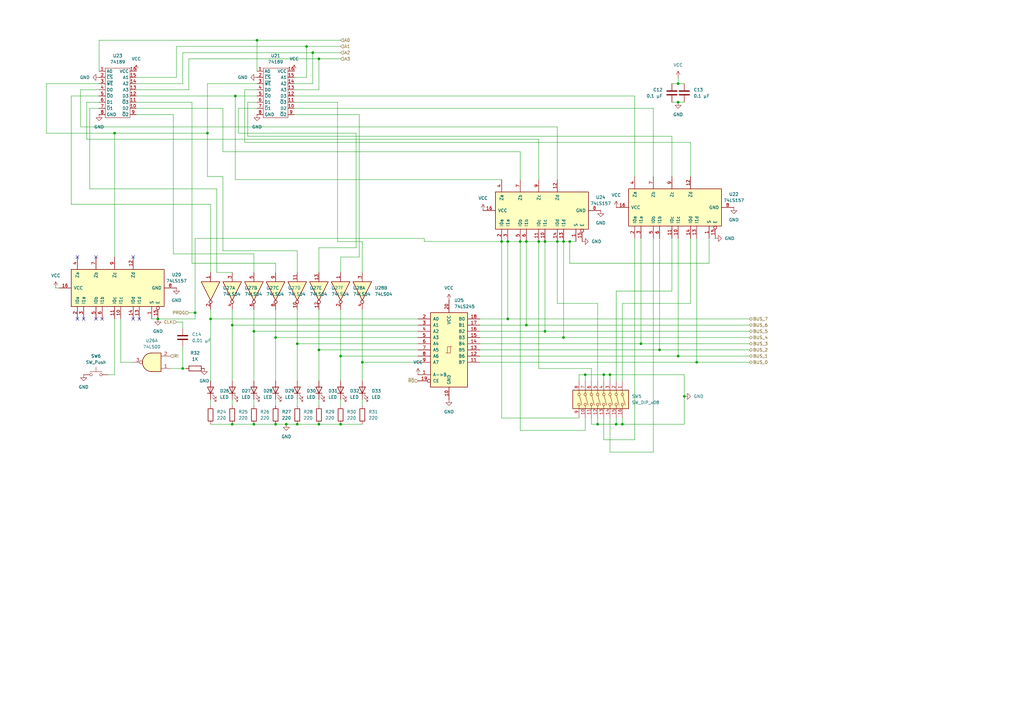
<source format=kicad_sch>
(kicad_sch (version 20250114) (generator "eeschema") (generator_version "9.0")
  (paper "A3")
  (lib_symbols
    (symbol "74F189SJ_2"
      (property "Reference" "U" (at 5.842 13.716 0))
      (property "Value" "74189" (at 7.112 11.176 0))
      (symbol "74F189SJ_2_0_1"
        (rectangle (start 0 2.54) (end 10.16 -17.78))
      )
      (symbol "74F189SJ_2_1_1"
        (pin input line (at -2.54 1.27 0) (length 2.54) (name "A0") (number "1"))
        (pin input line (at -2.54 -1.27 0) (length 2.54) (name "~{CS}") (number "2"))
        (pin input line (at -2.54 -3.81 0) (length 2.54) (name "~{WE}") (number "3"))
        (pin input line (at -2.54 -6.35 0) (length 2.54) (name "D0") (number "4"))
        (pin output line (at -2.54 -8.89 0) (length 2.54) (name "~{O}0") (number "5"))
        (pin input line (at -2.54 -11.43 0) (length 2.54) (name "D1") (number "6"))
        (pin output line (at -2.54 -13.97 0) (length 2.54) (name "~{O}1") (number "7"))
        (pin input line (at -2.54 -16.51 0) (length 2.54) (name "GND") (number "8"))
        (pin input line (at 12.7 1.27 180) (length 2.54) (name "VCC") (number "16"))
        (pin input line (at 12.7 -1.27 180) (length 2.54) (name "A1") (number "15"))
        (pin input line (at 12.7 -3.81 180) (length 2.54) (name "A2") (number "14"))
        (pin input line (at 12.7 -6.35 180) (length 2.54) (name "A3") (number "13"))
        (pin input line (at 12.7 -8.89 180) (length 2.54) (name "D3") (number "12"))
        (pin output line (at 12.7 -11.43 180) (length 2.54) (name "~{O}3") (number "11"))
        (pin input line (at 12.7 -13.97 180) (length 2.54) (name "D2") (number "10"))
        (pin output line (at 12.7 -16.51 180) (length 2.54) (name "~{O}2") (number "9"))
      )
    )
    (symbol "74xx:74LS00" (pin_names (offset 1.016))
      (property "Reference" "U" (at 0 1.27 0))
      (property "Value" "74LS00" (at 0 -1.27 0))
      (symbol "74LS00_1_1"
        (arc (start 0 3.81) (mid 3.7934 0) (end 0 -3.81) (stroke (width 0.254)) (fill (type background)))
        (polyline (pts (xy 0 3.81) (xy -3.81 3.81) (xy -3.81 -3.81) (xy 0 -3.81)) (stroke (width 0.254)) (fill (type background)))
        (pin input line (at -7.62 2.54 0) (length 3.81) (name "~") (number "1"))
        (pin input line (at -7.62 -2.54 0) (length 3.81) (name "~") (number "2"))
        (pin output inverted (at 7.62 0 180) (length 3.81) (name "~") (number "3"))
      )
      (symbol "74LS00_1_2"
        (arc (start -3.81 3.81) (mid -2.589 0) (end -3.81 -3.81) (stroke (width 0.254)))
        (polyline (pts (xy -3.81 3.81) (xy -0.635 3.81)) (stroke (width 0.254)) (fill (type background)))
        (polyline (pts (xy -3.81 -3.81) (xy -0.635 -3.81)) (stroke (width 0.254)) (fill (type background)))
        (arc (start 3.81 0) (mid 2.1855 -2.584) (end -0.6096 -3.81) (stroke (width 0.254)) (fill (type background)))
        (arc (start -0.6096 3.81) (mid 2.1928 2.5924) (end 3.81 0) (stroke (width 0.254)) (fill (type background)))
        (polyline (pts (xy -0.635 3.81) (xy -3.81 3.81) (xy -3.81 3.81) (xy -3.556 3.4036) (xy -3.0226 2.2606) (xy -2.6924 1.0414) (xy -2.6162 -0.254) (xy -2.7686 -1.4986) (xy -3.175 -2.7178) (xy -3.81 -3.81) (xy -3.81 -3.81) (xy -0.635 -3.81)) (stroke (width -25.4)) (fill (type background)))
        (pin input inverted (at -7.62 2.54 0) (length 4.318) (name "~") (number "1"))
        (pin input inverted (at -7.62 -2.54 0) (length 4.318) (name "~") (number "2"))
        (pin output line (at 7.62 0 180) (length 3.81) (name "~") (number "3"))
      )
      (symbol "74LS00_2_1"
        (arc (start 0 3.81) (mid 3.7934 0) (end 0 -3.81) (stroke (width 0.254)) (fill (type background)))
        (polyline (pts (xy 0 3.81) (xy -3.81 3.81) (xy -3.81 -3.81) (xy 0 -3.81)) (stroke (width 0.254)) (fill (type background)))
        (pin input line (at -7.62 2.54 0) (length 3.81) (name "~") (number "4"))
        (pin input line (at -7.62 -2.54 0) (length 3.81) (name "~") (number "5"))
        (pin output inverted (at 7.62 0 180) (length 3.81) (name "~") (number "6"))
      )
      (symbol "74LS00_2_2"
        (arc (start -3.81 3.81) (mid -2.589 0) (end -3.81 -3.81) (stroke (width 0.254)))
        (polyline (pts (xy -3.81 3.81) (xy -0.635 3.81)) (stroke (width 0.254)) (fill (type background)))
        (polyline (pts (xy -3.81 -3.81) (xy -0.635 -3.81)) (stroke (width 0.254)) (fill (type background)))
        (arc (start 3.81 0) (mid 2.1855 -2.584) (end -0.6096 -3.81) (stroke (width 0.254)) (fill (type background)))
        (arc (start -0.6096 3.81) (mid 2.1928 2.5924) (end 3.81 0) (stroke (width 0.254)) (fill (type background)))
        (polyline (pts (xy -0.635 3.81) (xy -3.81 3.81) (xy -3.81 3.81) (xy -3.556 3.4036) (xy -3.0226 2.2606) (xy -2.6924 1.0414) (xy -2.6162 -0.254) (xy -2.7686 -1.4986) (xy -3.175 -2.7178) (xy -3.81 -3.81) (xy -3.81 -3.81) (xy -0.635 -3.81)) (stroke (width -25.4)) (fill (type background)))
        (pin input inverted (at -7.62 2.54 0) (length 4.318) (name "~") (number "4"))
        (pin input inverted (at -7.62 -2.54 0) (length 4.318) (name "~") (number "5"))
        (pin output line (at 7.62 0 180) (length 3.81) (name "~") (number "6"))
      )
      (symbol "74LS00_3_1"
        (arc (start 0 3.81) (mid 3.7934 0) (end 0 -3.81) (stroke (width 0.254)) (fill (type background)))
        (polyline (pts (xy 0 3.81) (xy -3.81 3.81) (xy -3.81 -3.81) (xy 0 -3.81)) (stroke (width 0.254)) (fill (type background)))
        (pin input line (at -7.62 2.54 0) (length 3.81) (name "~") (number "9"))
        (pin input line (at -7.62 -2.54 0) (length 3.81) (name "~") (number "10"))
        (pin output inverted (at 7.62 0 180) (length 3.81) (name "~") (number "8"))
      )
      (symbol "74LS00_3_2"
        (arc (start -3.81 3.81) (mid -2.589 0) (end -3.81 -3.81) (stroke (width 0.254)))
        (polyline (pts (xy -3.81 3.81) (xy -0.635 3.81)) (stroke (width 0.254)) (fill (type background)))
        (polyline (pts (xy -3.81 -3.81) (xy -0.635 -3.81)) (stroke (width 0.254)) (fill (type background)))
        (arc (start 3.81 0) (mid 2.1855 -2.584) (end -0.6096 -3.81) (stroke (width 0.254)) (fill (type background)))
        (arc (start -0.6096 3.81) (mid 2.1928 2.5924) (end 3.81 0) (stroke (width 0.254)) (fill (type background)))
        (polyline (pts (xy -0.635 3.81) (xy -3.81 3.81) (xy -3.81 3.81) (xy -3.556 3.4036) (xy -3.0226 2.2606) (xy -2.6924 1.0414) (xy -2.6162 -0.254) (xy -2.7686 -1.4986) (xy -3.175 -2.7178) (xy -3.81 -3.81) (xy -3.81 -3.81) (xy -0.635 -3.81)) (stroke (width -25.4)) (fill (type background)))
        (pin input inverted (at -7.62 2.54 0) (length 4.318) (name "~") (number "9"))
        (pin input inverted (at -7.62 -2.54 0) (length 4.318) (name "~") (number "10"))
        (pin output line (at 7.62 0 180) (length 3.81) (name "~") (number "8"))
      )
      (symbol "74LS00_4_1"
        (arc (start 0 3.81) (mid 3.7934 0) (end 0 -3.81) (stroke (width 0.254)) (fill (type background)))
        (polyline (pts (xy 0 3.81) (xy -3.81 3.81) (xy -3.81 -3.81) (xy 0 -3.81)) (stroke (width 0.254)) (fill (type background)))
        (pin input line (at -7.62 2.54 0) (length 3.81) (name "~") (number "12"))
        (pin input line (at -7.62 -2.54 0) (length 3.81) (name "~") (number "13"))
        (pin output inverted (at 7.62 0 180) (length 3.81) (name "~") (number "11"))
      )
      (symbol "74LS00_4_2"
        (arc (start -3.81 3.81) (mid -2.589 0) (end -3.81 -3.81) (stroke (width 0.254)))
        (polyline (pts (xy -3.81 3.81) (xy -0.635 3.81)) (stroke (width 0.254)) (fill (type background)))
        (polyline (pts (xy -3.81 -3.81) (xy -0.635 -3.81)) (stroke (width 0.254)) (fill (type background)))
        (arc (start 3.81 0) (mid 2.1855 -2.584) (end -0.6096 -3.81) (stroke (width 0.254)) (fill (type background)))
        (arc (start -0.6096 3.81) (mid 2.1928 2.5924) (end 3.81 0) (stroke (width 0.254)) (fill (type background)))
        (polyline (pts (xy -0.635 3.81) (xy -3.81 3.81) (xy -3.81 3.81) (xy -3.556 3.4036) (xy -3.0226 2.2606) (xy -2.6924 1.0414) (xy -2.6162 -0.254) (xy -2.7686 -1.4986) (xy -3.175 -2.7178) (xy -3.81 -3.81) (xy -3.81 -3.81) (xy -0.635 -3.81)) (stroke (width -25.4)) (fill (type background)))
        (pin input inverted (at -7.62 2.54 0) (length 4.318) (name "~") (number "12"))
        (pin input inverted (at -7.62 -2.54 0) (length 4.318) (name "~") (number "13"))
        (pin output line (at 7.62 0 180) (length 3.81) (name "~") (number "11"))
      )
      (symbol "74LS00_5_0"
        (pin power_in line (at 0 12.7 270) (length 5.08) (name "VCC") (number "14"))
        (pin power_in line (at 0 -12.7 90) (length 5.08) (name "GND") (number "7"))
      )
      (symbol "74LS00_5_1"
        (rectangle (start -5.08 7.62) (end 5.08 -7.62) (stroke (width 0.254)) (fill (type background)))
      )
    )
    (symbol "74xx:74LS04"
      (property "Reference" "U" (at 0 1.27 0))
      (property "Value" "74LS04" (at 0 -1.27 0))
      (symbol "74LS04_1_0"
        (polyline (pts (xy -3.81 3.81) (xy -3.81 -3.81) (xy 3.81 0) (xy -3.81 3.81)) (stroke (width 0.254)) (fill (type background)))
        (pin input line (at -7.62 0 0) (length 3.81) (name "~") (number "1"))
        (pin output inverted (at 7.62 0 180) (length 3.81) (name "~") (number "2"))
      )
      (symbol "74LS04_2_0"
        (polyline (pts (xy -3.81 3.81) (xy -3.81 -3.81) (xy 3.81 0) (xy -3.81 3.81)) (stroke (width 0.254)) (fill (type background)))
        (pin input line (at -7.62 0 0) (length 3.81) (name "~") (number "3"))
        (pin output inverted (at 7.62 0 180) (length 3.81) (name "~") (number "4"))
      )
      (symbol "74LS04_3_0"
        (polyline (pts (xy -3.81 3.81) (xy -3.81 -3.81) (xy 3.81 0) (xy -3.81 3.81)) (stroke (width 0.254)) (fill (type background)))
        (pin input line (at -7.62 0 0) (length 3.81) (name "~") (number "5"))
        (pin output inverted (at 7.62 0 180) (length 3.81) (name "~") (number "6"))
      )
      (symbol "74LS04_4_0"
        (polyline (pts (xy -3.81 3.81) (xy -3.81 -3.81) (xy 3.81 0) (xy -3.81 3.81)) (stroke (width 0.254)) (fill (type background)))
        (pin input line (at -7.62 0 0) (length 3.81) (name "~") (number "9"))
        (pin output inverted (at 7.62 0 180) (length 3.81) (name "~") (number "8"))
      )
      (symbol "74LS04_5_0"
        (polyline (pts (xy -3.81 3.81) (xy -3.81 -3.81) (xy 3.81 0) (xy -3.81 3.81)) (stroke (width 0.254)) (fill (type background)))
        (pin input line (at -7.62 0 0) (length 3.81) (name "~") (number "11"))
        (pin output inverted (at 7.62 0 180) (length 3.81) (name "~") (number "10"))
      )
      (symbol "74LS04_6_0"
        (polyline (pts (xy -3.81 3.81) (xy -3.81 -3.81) (xy 3.81 0) (xy -3.81 3.81)) (stroke (width 0.254)) (fill (type background)))
        (pin input line (at -7.62 0 0) (length 3.81) (name "~") (number "13"))
        (pin output inverted (at 7.62 0 180) (length 3.81) (name "~") (number "12"))
      )
      (symbol "74LS04_7_0"
        (pin power_in line (at 0 12.7 270) (length 5.08) (name "VCC") (number "14"))
        (pin power_in line (at 0 -12.7 90) (length 5.08) (name "GND") (number "7"))
      )
      (symbol "74LS04_7_1"
        (rectangle (start -5.08 7.62) (end 5.08 -7.62) (stroke (width 0.254)) (fill (type background)))
      )
    )
    (symbol "74xx:74LS157" (pin_names (offset 1.016))
      (property "Reference" "U" (at -7.62 19.05 0))
      (property "Value" "74LS157" (at -7.62 -21.59 0))
      (symbol "74LS157_1_0"
        (pin input line (at -12.7 15.24 0) (length 5.08) (name "I0a") (number "2"))
        (pin input line (at -12.7 12.7 0) (length 5.08) (name "I1a") (number "3"))
        (pin input line (at -12.7 7.62 0) (length 5.08) (name "I0b") (number "5"))
        (pin input line (at -12.7 5.08 0) (length 5.08) (name "I1b") (number "6"))
        (pin input line (at -12.7 0 0) (length 5.08) (name "I0c") (number "11"))
        (pin input line (at -12.7 -2.54 0) (length 5.08) (name "I1c") (number "10"))
        (pin input line (at -12.7 -7.62 0) (length 5.08) (name "I0d") (number "14"))
        (pin input line (at -12.7 -10.16 0) (length 5.08) (name "I1d") (number "13"))
        (pin input line (at -12.7 -15.24 0) (length 5.08) (name "S") (number "1"))
        (pin input inverted (at -12.7 -17.78 0) (length 5.08) (name "E") (number "15"))
        (pin power_in line (at 0 22.86 270) (length 5.08) (name "VCC") (number "16"))
        (pin power_in line (at 0 -25.4 90) (length 5.08) (name "GND") (number "8"))
        (pin output line (at 12.7 15.24 180) (length 5.08) (name "Za") (number "4"))
        (pin output line (at 12.7 7.62 180) (length 5.08) (name "Zb") (number "7"))
        (pin output line (at 12.7 0 180) (length 5.08) (name "Zc") (number "9"))
        (pin output line (at 12.7 -7.62 180) (length 5.08) (name "Zd") (number "12"))
      )
      (symbol "74LS157_1_1"
        (rectangle (start -7.62 17.78) (end 7.62 -20.32) (stroke (width 0.254)) (fill (type background)))
      )
    )
    (symbol "74xx:74LS245" (pin_names (offset 1.016))
      (property "Reference" "U" (at -7.62 16.51 0))
      (property "Value" "74LS245" (at -7.62 -16.51 0))
      (symbol "74LS245_1_0"
        (polyline (pts (xy -1.27 -1.27) (xy 0.635 -1.27) (xy 0.635 1.27) (xy 1.27 1.27)))
        (polyline (pts (xy -0.635 -1.27) (xy -0.635 1.27) (xy 0.635 1.27)))
        (pin tri_state line (at -12.7 12.7 0) (length 5.08) (name "A0") (number "2"))
        (pin tri_state line (at -12.7 10.16 0) (length 5.08) (name "A1") (number "3"))
        (pin tri_state line (at -12.7 7.62 0) (length 5.08) (name "A2") (number "4"))
        (pin tri_state line (at -12.7 5.08 0) (length 5.08) (name "A3") (number "5"))
        (pin tri_state line (at -12.7 2.54 0) (length 5.08) (name "A4") (number "6"))
        (pin tri_state line (at -12.7 0 0) (length 5.08) (name "A5") (number "7"))
        (pin tri_state line (at -12.7 -2.54 0) (length 5.08) (name "A6") (number "8"))
        (pin tri_state line (at -12.7 -5.08 0) (length 5.08) (name "A7") (number "9"))
        (pin input line (at -12.7 -10.16 0) (length 5.08) (name "A->B") (number "1"))
        (pin input inverted (at -12.7 -12.7 0) (length 5.08) (name "CE") (number "19"))
        (pin power_in line (at 0 20.32 270) (length 5.08) (name "VCC") (number "20"))
        (pin power_in line (at 0 -20.32 90) (length 5.08) (name "GND") (number "10"))
        (pin tri_state line (at 12.7 12.7 180) (length 5.08) (name "B0") (number "18"))
        (pin tri_state line (at 12.7 10.16 180) (length 5.08) (name "B1") (number "17"))
        (pin tri_state line (at 12.7 7.62 180) (length 5.08) (name "B2") (number "16"))
        (pin tri_state line (at 12.7 5.08 180) (length 5.08) (name "B3") (number "15"))
        (pin tri_state line (at 12.7 2.54 180) (length 5.08) (name "B4") (number "14"))
        (pin tri_state line (at 12.7 0 180) (length 5.08) (name "B5") (number "13"))
        (pin tri_state line (at 12.7 -2.54 180) (length 5.08) (name "B6") (number "12"))
        (pin tri_state line (at 12.7 -5.08 180) (length 5.08) (name "B7") (number "11"))
      )
      (symbol "74LS245_1_1"
        (rectangle (start -7.62 15.24) (end 7.62 -15.24) (stroke (width 0.254)) (fill (type background)))
      )
    )
    (symbol "Custom:74F189SJ"
      (property "Reference" "U" (at 5.842 13.716 0))
      (property "Value" "74189" (at 7.112 11.176 0))
      (symbol "74F189SJ_0_1"
        (rectangle (start 0 2.54) (end 10.16 -17.78))
      )
      (symbol "74F189SJ_1_1"
        (pin input line (at -2.54 1.27 0) (length 2.54) (name "A0") (number "1"))
        (pin input line (at -2.54 -1.27 0) (length 2.54) (name "~{CS}") (number "2"))
        (pin input line (at -2.54 -3.81 0) (length 2.54) (name "~{WE}") (number "3"))
        (pin input line (at -2.54 -6.35 0) (length 2.54) (name "D0") (number "4"))
        (pin output line (at -2.54 -8.89 0) (length 2.54) (name "~{O}0") (number "5"))
        (pin input line (at -2.54 -11.43 0) (length 2.54) (name "D1") (number "6"))
        (pin output line (at -2.54 -13.97 0) (length 2.54) (name "~{O}1") (number "7"))
        (pin input line (at -2.54 -16.51 0) (length 2.54) (name "GND") (number "8"))
        (pin input line (at 12.7 1.27 180) (length 2.54) (name "VCC") (number "16"))
        (pin input line (at 12.7 -1.27 180) (length 2.54) (name "A1") (number "15"))
        (pin input line (at 12.7 -3.81 180) (length 2.54) (name "A2") (number "14"))
        (pin input line (at 12.7 -6.35 180) (length 2.54) (name "A3") (number "13"))
        (pin input line (at 12.7 -8.89 180) (length 2.54) (name "D3") (number "12"))
        (pin output line (at 12.7 -11.43 180) (length 2.54) (name "~{O}3") (number "11"))
        (pin input line (at 12.7 -13.97 180) (length 2.54) (name "D2") (number "10"))
        (pin output line (at 12.7 -16.51 180) (length 2.54) (name "~{O}2") (number "9"))
      )
    )
    (symbol "Device:C" (pin_numbers (hide yes)) (pin_names (offset 0.254))
      (property "Reference" "C" (at 0.635 2.54 0))
      (property "Value" "C" (at 0.635 -2.54 0))
      (symbol "C_0_1"
        (polyline (pts (xy -2.032 0.762) (xy 2.032 0.762)) (stroke (width 0.508)))
        (polyline (pts (xy -2.032 -0.762) (xy 2.032 -0.762)) (stroke (width 0.508)))
      )
      (symbol "C_1_1"
        (pin passive line (at 0 3.81 270) (length 2.794) (name "~") (number "1"))
        (pin passive line (at 0 -3.81 90) (length 2.794) (name "~") (number "2"))
      )
    )
    (symbol "Device:LED" (pin_numbers (hide yes)) (pin_names (offset 1.016) (hide yes))
      (property "Reference" "D" (at 0 2.54 0))
      (property "Value" "LED" (at 0 -2.54 0))
      (symbol "LED_0_1"
        (polyline (pts (xy -3.048 -0.762) (xy -4.572 -2.286) (xy -3.81 -2.286) (xy -4.572 -2.286) (xy -4.572 -1.524)))
        (polyline (pts (xy -1.778 -0.762) (xy -3.302 -2.286) (xy -2.54 -2.286) (xy -3.302 -2.286) (xy -3.302 -1.524)))
        (polyline (pts (xy -1.27 0) (xy 1.27 0)))
        (polyline (pts (xy -1.27 -1.27) (xy -1.27 1.27)) (stroke (width 0.254)))
        (polyline (pts (xy 1.27 -1.27) (xy 1.27 1.27) (xy -1.27 0) (xy 1.27 -1.27)) (stroke (width 0.254)))
      )
      (symbol "LED_1_1"
        (pin passive line (at -3.81 0 0) (length 2.54) (name "K") (number "1"))
        (pin passive line (at 3.81 0 180) (length 2.54) (name "A") (number "2"))
      )
    )
    (symbol "Device:R" (pin_numbers (hide yes)) (pin_names (offset 0))
      (property "Reference" "R" (at 2.032 0 90))
      (property "Value" "R" (at 0 0 90))
      (symbol "R_0_1"
        (rectangle (start -1.016 -2.54) (end 1.016 2.54) (stroke (width 0.254)))
      )
      (symbol "R_1_1"
        (pin passive line (at 0 3.81 270) (length 1.27) (name "~") (number "1"))
        (pin passive line (at 0 -3.81 90) (length 1.27) (name "~") (number "2"))
      )
    )
    (symbol "Switch:SW_DIP_x08" (pin_names (offset 0) (hide yes))
      (property "Reference" "SW" (at 0 13.97 0))
      (property "Value" "SW_DIP_x08" (at 0 -11.43 0))
      (symbol "SW_DIP_x08_0_0"
        (circle (center -2.032 10.16) (radius 0.508))
        (circle (center -2.032 7.62) (radius 0.508))
        (circle (center -2.032 5.08) (radius 0.508))
        (circle (center -2.032 2.54) (radius 0.508))
        (circle (center -2.032 0) (radius 0.508))
        (circle (center -2.032 -2.54) (radius 0.508))
        (circle (center -2.032 -5.08) (radius 0.508))
        (circle (center -2.032 -7.62) (radius 0.508))
        (polyline (pts (xy -1.524 10.287) (xy 2.3622 11.3284)))
        (polyline (pts (xy -1.524 7.747) (xy 2.3622 8.7884)))
        (polyline (pts (xy -1.524 5.207) (xy 2.3622 6.2484)))
        (polyline (pts (xy -1.524 2.667) (xy 2.3622 3.7084)))
        (polyline (pts (xy -1.524 0.127) (xy 2.3622 1.1684)))
        (polyline (pts (xy -1.524 -2.3876) (xy 2.3622 -1.3462)))
        (polyline (pts (xy -1.524 -4.9276) (xy 2.3622 -3.8862)))
        (polyline (pts (xy -1.524 -7.4676) (xy 2.3622 -6.4262)))
        (circle (center 2.032 10.16) (radius 0.508))
        (circle (center 2.032 7.62) (radius 0.508))
        (circle (center 2.032 5.08) (radius 0.508))
        (circle (center 2.032 2.54) (radius 0.508))
        (circle (center 2.032 0) (radius 0.508))
        (circle (center 2.032 -2.54) (radius 0.508))
        (circle (center 2.032 -5.08) (radius 0.508))
        (circle (center 2.032 -7.62) (radius 0.508))
      )
      (symbol "SW_DIP_x08_0_1"
        (rectangle (start -3.81 12.7) (end 3.81 -10.16) (stroke (width 0.254)) (fill (type background)))
      )
      (symbol "SW_DIP_x08_1_1"
        (pin passive line (at -7.62 10.16 0) (length 5.08) (name "~") (number "1"))
        (pin passive line (at -7.62 7.62 0) (length 5.08) (name "~") (number "2"))
        (pin passive line (at -7.62 5.08 0) (length 5.08) (name "~") (number "3"))
        (pin passive line (at -7.62 2.54 0) (length 5.08) (name "~") (number "4"))
        (pin passive line (at -7.62 0 0) (length 5.08) (name "~") (number "5"))
        (pin passive line (at -7.62 -2.54 0) (length 5.08) (name "~") (number "6"))
        (pin passive line (at -7.62 -5.08 0) (length 5.08) (name "~") (number "7"))
        (pin passive line (at -7.62 -7.62 0) (length 5.08) (name "~") (number "8"))
        (pin passive line (at 7.62 10.16 180) (length 5.08) (name "~") (number "16"))
        (pin passive line (at 7.62 7.62 180) (length 5.08) (name "~") (number "15"))
        (pin passive line (at 7.62 5.08 180) (length 5.08) (name "~") (number "14"))
        (pin passive line (at 7.62 2.54 180) (length 5.08) (name "~") (number "13"))
        (pin passive line (at 7.62 0 180) (length 5.08) (name "~") (number "12"))
        (pin passive line (at 7.62 -2.54 180) (length 5.08) (name "~") (number "11"))
        (pin passive line (at 7.62 -5.08 180) (length 5.08) (name "~") (number "10"))
        (pin passive line (at 7.62 -7.62 180) (length 5.08) (name "~") (number "9"))
      )
    )
    (symbol "Switch:SW_Push" (pin_numbers (hide yes)) (pin_names (offset 1.016) (hide yes))
      (property "Reference" "SW" (at 1.27 2.54 0))
      (property "Value" "SW_Push" (at 0 -1.524 0))
      (symbol "SW_Push_0_1"
        (circle (center -2.032 0) (radius 0.508))
        (polyline (pts (xy 0 1.27) (xy 0 3.048)))
        (circle (center 2.032 0) (radius 0.508))
        (polyline (pts (xy 2.54 1.27) (xy -2.54 1.27)))
        (pin passive line (at -5.08 0 0) (length 2.54) (name "1") (number "1"))
        (pin passive line (at 5.08 0 180) (length 2.54) (name "2") (number "2"))
      )
    )
    (symbol "power:GND" (power) (pin_numbers (hide yes)) (pin_names (offset 0) (hide yes))
      (property "Value" "GND" (at 0 -3.81 0))
      (symbol "GND_0_1"
        (polyline (pts (xy 0 0) (xy 0 -1.27) (xy 1.27 -1.27) (xy 0 -2.54) (xy -1.27 -1.27) (xy 0 -1.27)))
      )
      (symbol "GND_1_1"
        (pin power_in line (at 0 0 270) (length 0) (name "~") (number "1"))
      )
    )
    (symbol "power:VCC" (power) (pin_numbers (hide yes)) (pin_names (offset 0) (hide yes))
      (property "Value" "VCC" (at 0 3.556 0))
      (symbol "VCC_0_1"
        (polyline (pts (xy -0.762 1.27) (xy 0 2.54)))
        (polyline (pts (xy 0 2.54) (xy 0.762 1.27)))
        (polyline (pts (xy 0 0) (xy 0 2.54)))
      )
      (symbol "VCC_1_1"
        (pin power_in line (at 0 0 90) (length 0) (name "~") (number "1"))
      )
    )
  )
  (junction (at 280.67 162.56))
  (junction (at 213.36 99.06))
  (junction (at 223.52 99.06))
  (junction (at 233.68 99.06))
  (junction (at 245.11 173.99))
  (junction (at 231.14 138.43))
  (junction (at 285.75 148.59))
  (junction (at 148.59 148.59))
  (junction (at 208.28 130.81))
  (junction (at 250.19 153.67))
  (junction (at 205.74 99.06))
  (junction (at 139.7 146.05))
  (junction (at 278.13 146.05))
  (junction (at 125.73 19.05))
  (junction (at 130.81 173.99))
  (junction (at 74.93 151.13))
  (junction (at 240.03 153.67))
  (junction (at 104.14 135.89))
  (junction (at 113.03 138.43))
  (junction (at 105.41 16.51))
  (junction (at 278.13 41.91))
  (junction (at 128.27 21.59))
  (junction (at 220.98 99.06))
  (junction (at 278.13 34.29))
  (junction (at 104.14 173.99))
  (junction (at 64.77 130.81))
  (junction (at 223.52 135.89))
  (junction (at 96.52 39.37))
  (junction (at 215.9 133.35))
  (junction (at 85.09 54.61))
  (junction (at 117.4206 173.99))
  (junction (at 86.36 130.81))
  (junction (at 262.89 140.97))
  (junction (at 228.6 99.06))
  (junction (at 121.92 173.99))
  (junction (at 95.25 173.99))
  (junction (at 255.27 173.99))
  (junction (at 270.51 143.51))
  (junction (at 215.9 99.06))
  (junction (at 113.03 173.99))
  (junction (at 252.73 173.99))
  (junction (at 130.81 24.13))
  (junction (at 95.25 133.35))
  (junction (at 247.65 153.67))
  (junction (at 121.92 140.97))
  (junction (at 80.01 128.27))
  (junction (at 130.81 143.51))
  (junction (at 46.99 54.61))
  (junction (at 231.14 99.06))
  (junction (at 208.28 99.06))
  (junction (at 139.7 173.99))
  (no_connect (at 39.37 105.41))
  (no_connect (at 54.61 105.41))
  (no_connect (at 57.15 130.81))
  (no_connect (at 39.37 130.81))
  (no_connect (at 41.91 130.81))
  (no_connect (at 31.75 105.41))
  (no_connect (at 31.75 130.81))
  (no_connect (at 34.29 130.81))
  (no_connect (at 54.61 130.81))
  (wire (pts (xy 213.36 99.06) (xy 208.28 99.06)))
  (wire (pts (xy 147.32 105.41) (xy 139.7 105.41)))
  (wire (pts (xy 148.59 99.06) (xy 148.59 111.76)))
  (wire (pts (xy 113.03 163.83) (xy 113.03 166.37)))
  (wire (pts (xy 121.92 140.97) (xy 171.45 140.97)))
  (wire (pts (xy 120.65 34.29) (xy 128.27 34.29)))
  (wire (pts (xy 74.93 34.29) (xy 74.93 21.59)))
  (wire (pts (xy 33.02 36.83) (xy 33.02 52.07)))
  (wire (pts (xy 285.75 148.59) (xy 307.34 148.59)))
  (wire (pts (xy 120.65 39.37) (xy 260.35 39.37)))
  (wire (pts (xy 231.14 99.06) (xy 228.6 99.06)))
  (wire (pts (xy 196.85 143.51) (xy 270.51 143.51)))
  (wire (pts (xy 139.7 105.41) (xy 139.7 111.76)))
  (wire (pts (xy 130.81 143.51) (xy 171.45 143.51)))
  (wire (pts (xy 74.93 142.24) (xy 74.93 151.13)))
  (wire (pts (xy 40.64 34.29) (xy 19.05 34.29)))
  (wire (pts (xy 237.49 153.67) (xy 240.03 153.67)))
  (wire (pts (xy 260.35 180.34) (xy 247.65 180.34)))
  (wire (pts (xy 105.41 41.91) (xy 101.6 41.91)))
  (wire (pts (xy 138.43 41.91) (xy 138.43 99.06)))
  (wire (pts (xy 278.13 146.05) (xy 307.34 146.05)))
  (wire (pts (xy 86.36 83.82) (xy 86.36 111.76)))
  (wire (pts (xy 64.77 130.81) (xy 80.01 130.81)))
  (wire (pts (xy 275.59 41.91) (xy 278.13 41.91)))
  (wire (pts (xy 85.09 72.39) (xy 91.44 72.39)))
  (wire (pts (xy 245.11 171.45) (xy 245.11 173.99)))
  (wire (pts (xy 40.64 16.51) (xy 105.41 16.51)))
  (wire (pts (xy 242.57 151.13) (xy 242.57 156.21)))
  (wire (pts (xy 240.03 176.53) (xy 240.03 171.45)))
  (wire (pts (xy 74.93 151.13) (xy 69.85 151.13)))
  (wire (pts (xy 120.65 44.45) (xy 267.97 44.45)))
  (wire (pts (xy 74.93 21.59) (xy 128.27 21.59)))
  (wire (pts (xy 104.14 104.14) (xy 104.14 111.76)))
  (wire (pts (xy 240.03 153.67) (xy 240.03 156.21)))
  (wire (pts (xy 121.92 173.99) (xy 130.81 173.99)))
  (wire (pts (xy 78.74 107.95) (xy 113.03 107.95)))
  (wire (pts (xy 101.6 55.88) (xy 275.59 55.88)))
  (wire (pts (xy 250.19 153.67) (xy 280.67 153.67)))
  (wire (pts (xy 255.27 124.46) (xy 255.27 156.21)))
  (wire (pts (xy 120.65 41.91) (xy 138.43 41.91)))
  (wire (pts (xy 88.9 111.76) (xy 95.25 111.76)))
  (wire (pts (xy 205.74 99.06) (xy 173.99 99.06)))
  (wire (pts (xy 55.88 36.83) (xy 77.47 36.83)))
  (wire (pts (xy 250.19 153.67) (xy 250.19 156.21)))
  (wire (pts (xy 242.57 173.99) (xy 245.11 173.99)))
  (wire (pts (xy 95.25 163.83) (xy 95.25 166.37)))
  (wire (pts (xy 223.52 99.06) (xy 223.52 135.89)))
  (wire (pts (xy 80.01 130.81) (xy 80.01 128.27)))
  (wire (pts (xy 215.9 99.06) (xy 213.36 99.06)))
  (wire (pts (xy 71.12 104.14) (xy 104.14 104.14)))
  (wire (pts (xy 228.6 124.46) (xy 245.11 124.46)))
  (wire (pts (xy 240.03 153.67) (xy 247.65 153.67)))
  (wire (pts (xy 283.21 124.46) (xy 255.27 124.46)))
  (wire (pts (xy 40.64 39.37) (xy 29.21 39.37)))
  (wire (pts (xy 96.52 73.66) (xy 205.74 73.66)))
  (wire (pts (xy 19.05 34.29) (xy 19.05 54.61)))
  (wire (pts (xy 223.52 135.89) (xy 307.34 135.89)))
  (wire (pts (xy 139.7 146.05) (xy 139.7 156.21)))
  (wire (pts (xy 86.36 127) (xy 86.36 130.81)))
  (wire (pts (xy 55.88 39.37) (xy 96.52 39.37)))
  (wire (pts (xy 113.03 107.95) (xy 113.03 111.76)))
  (wire (pts (xy 213.36 176.53) (xy 240.03 176.53)))
  (wire (pts (xy 236.22 99.06) (xy 233.68 99.06)))
  (wire (pts (xy 213.36 99.06) (xy 213.36 176.53)))
  (wire (pts (xy 72.39 19.05) (xy 125.73 19.05)))
  (wire (pts (xy 55.88 44.45) (xy 91.44 44.45)))
  (wire (pts (xy 86.36 130.81) (xy 86.36 156.21)))
  (wire (pts (xy 104.14 135.89) (xy 104.14 156.21)))
  (wire (pts (xy 148.59 127) (xy 148.59 148.59)))
  (wire (pts (xy 105.41 34.29) (xy 85.09 34.29)))
  (wire (pts (xy 46.99 54.61) (xy 85.09 54.61)))
  (wire (pts (xy 35.56 57.15) (xy 220.98 57.15)))
  (wire (pts (xy 19.05 54.61) (xy 46.99 54.61)))
  (wire (pts (xy 267.97 97.79) (xy 267.97 185.42)))
  (wire (pts (xy 228.6 52.07) (xy 228.6 73.66)))
  (wire (pts (xy 86.36 163.83) (xy 86.36 166.37)))
  (wire (pts (xy 78.74 41.91) (xy 78.74 107.95)))
  (wire (pts (xy 121.92 127) (xy 121.92 140.97)))
  (wire (pts (xy 121.92 102.87) (xy 121.92 111.76)))
  (wire (pts (xy 255.27 171.45) (xy 255.27 173.99)))
  (wire (pts (xy 148.59 148.59) (xy 148.59 156.21)))
  (wire (pts (xy 86.36 173.99) (xy 95.25 173.99)))
  (wire (pts (xy 49.53 130.81) (xy 49.53 148.59)))
  (wire (pts (xy 95.25 173.99) (xy 104.14 173.99)))
  (wire (pts (xy 285.75 97.79) (xy 285.75 148.59)))
  (wire (pts (xy 120.65 31.75) (xy 125.73 31.75)))
  (wire (pts (xy 247.65 153.67) (xy 250.19 153.67)))
  (wire (pts (xy 208.28 99.06) (xy 205.74 99.06)))
  (wire (pts (xy 139.7 163.83) (xy 139.7 166.37)))
  (wire (pts (xy 86.36 130.81) (xy 171.45 130.81)))
  (wire (pts (xy 278.13 97.79) (xy 278.13 146.05)))
  (wire (pts (xy 220.98 151.13) (xy 242.57 151.13)))
  (wire (pts (xy 196.85 135.89) (xy 223.52 135.89)))
  (wire (pts (xy 196.85 148.59) (xy 285.75 148.59)))
  (wire (pts (xy 130.81 163.83) (xy 130.81 166.37)))
  (wire (pts (xy 24.13 118.11) (xy 22.86 118.11)))
  (wire (pts (xy 220.98 57.15) (xy 220.98 73.66)))
  (wire (pts (xy 252.73 119.38) (xy 252.73 156.21)))
  (wire (pts (xy 36.83 77.47) (xy 88.9 77.47)))
  (wire (pts (xy 283.21 97.79) (xy 283.21 124.46)))
  (wire (pts (xy 278.13 34.29) (xy 278.13 31.75)))
  (wire (pts (xy 77.47 36.83) (xy 77.47 24.13)))
  (wire (pts (xy 270.51 97.79) (xy 270.51 143.51)))
  (wire (pts (xy 242.57 171.45) (xy 242.57 173.99)))
  (wire (pts (xy 29.21 39.37) (xy 29.21 83.82)))
  (wire (pts (xy 105.41 36.83) (xy 100.33 36.83)))
  (wire (pts (xy 196.85 130.81) (xy 208.28 130.81)))
  (wire (pts (xy 233.68 99.06) (xy 231.14 99.06)))
  (wire (pts (xy 245.11 173.99) (xy 252.73 173.99)))
  (wire (pts (xy 72.39 132.08) (xy 74.93 132.08)))
  (wire (pts (xy 278.13 34.29) (xy 275.59 34.29)))
  (wire (pts (xy 252.73 173.99) (xy 255.27 173.99)))
  (wire (pts (xy 88.9 77.47) (xy 88.9 111.76)))
  (wire (pts (xy 55.88 41.91) (xy 78.74 41.91)))
  (wire (pts (xy 104.14 127) (xy 104.14 135.89)))
  (wire (pts (xy 196.85 146.05) (xy 278.13 146.05)))
  (wire (pts (xy 55.88 31.75) (xy 72.39 31.75)))
  (wire (pts (xy 223.52 99.06) (xy 220.98 99.06)))
  (wire (pts (xy 121.92 163.83) (xy 121.92 166.37)))
  (wire (pts (xy 205.74 171.45) (xy 237.49 171.45)))
  (wire (pts (xy 255.27 173.99) (xy 280.67 173.99)))
  (wire (pts (xy 237.49 156.21) (xy 237.49 153.67)))
  (wire (pts (xy 196.85 138.43) (xy 231.14 138.43)))
  (wire (pts (xy 130.81 127) (xy 130.81 143.51)))
  (wire (pts (xy 97.79 44.45) (xy 97.79 54.61)))
  (wire (pts (xy 85.09 34.29) (xy 85.09 54.61)))
  (wire (pts (xy 208.28 130.81) (xy 307.34 130.81)))
  (wire (pts (xy 231.14 99.06) (xy 231.14 138.43)))
  (wire (pts (xy 196.85 133.35) (xy 215.9 133.35)))
  (wire (pts (xy 95.25 127) (xy 95.25 133.35)))
  (wire (pts (xy 105.41 29.21) (xy 105.41 16.51)))
  (wire (pts (xy 100.33 36.83) (xy 100.33 58.42)))
  (wire (pts (xy 55.88 34.29) (xy 74.93 34.29)))
  (wire (pts (xy 91.44 72.39) (xy 91.44 102.87)))
  (wire (pts (xy 139.7 127) (xy 139.7 146.05)))
  (wire (pts (xy 267.97 44.45) (xy 267.97 72.39)))
  (wire (pts (xy 275.59 119.38) (xy 252.73 119.38)))
  (wire (pts (xy 120.65 36.83) (xy 130.81 36.83)))
  (wire (pts (xy 250.19 185.42) (xy 250.19 171.45)))
  (wire (pts (xy 100.33 58.42) (xy 283.21 58.42)))
  (wire (pts (xy 120.65 46.99) (xy 147.32 46.99)))
  (wire (pts (xy 91.44 44.45) (xy 91.44 62.23)))
  (wire (pts (xy 280.67 153.67) (xy 280.67 162.56)))
  (wire (pts (xy 290.83 97.79) (xy 290.83 107.95)))
  (wire (pts (xy 146.05 101.6) (xy 130.81 101.6)))
  (wire (pts (xy 101.6 41.91) (xy 101.6 55.88)))
  (wire (pts (xy 128.27 21.59) (xy 139.7 21.59)))
  (wire (pts (xy 77.47 24.13) (xy 130.81 24.13)))
  (wire (pts (xy 228.6 99.06) (xy 223.52 99.06)))
  (wire (pts (xy 208.28 99.06) (xy 208.28 130.81)))
  (wire (pts (xy 139.7 173.99) (xy 148.59 173.99)))
  (wire (pts (xy 40.64 29.21) (xy 40.64 16.51)))
  (wire (pts (xy 113.03 138.43) (xy 113.03 156.21)))
  (wire (pts (xy 62.23 130.81) (xy 64.77 130.81)))
  (wire (pts (xy 260.35 97.79) (xy 260.35 180.34)))
  (wire (pts (xy 130.81 36.83) (xy 130.81 24.13)))
  (wire (pts (xy 233.68 107.95) (xy 233.68 99.06)))
  (wire (pts (xy 113.03 173.99) (xy 117.4206 173.99)))
  (wire (pts (xy 252.73 171.45) (xy 252.73 173.99)))
  (wire (pts (xy 71.12 46.99) (xy 71.12 104.14)))
  (wire (pts (xy 85.09 54.61) (xy 85.09 72.39)))
  (wire (pts (xy 138.43 99.06) (xy 148.59 99.06)))
  (wire (pts (xy 260.35 39.37) (xy 260.35 72.39)))
  (wire (pts (xy 105.41 16.51) (xy 139.7 16.51)))
  (wire (pts (xy 275.59 97.79) (xy 275.59 119.38)))
  (wire (pts (xy 117.4206 173.99) (xy 121.92 173.99)))
  (wire (pts (xy 29.21 83.82) (xy 86.36 83.82)))
  (wire (pts (xy 72.39 31.75) (xy 72.39 19.05)))
  (wire (pts (xy 97.79 54.61) (xy 146.05 54.61)))
  (wire (pts (xy 40.64 41.91) (xy 35.56 41.91)))
  (wire (pts (xy 275.59 55.88) (xy 275.59 72.39)))
  (wire (pts (xy 147.32 46.99) (xy 147.32 105.41)))
  (wire (pts (xy 231.14 138.43) (xy 307.34 138.43)))
  (wire (pts (xy 104.14 163.83) (xy 104.14 166.37)))
  (wire (pts (xy 228.6 99.06) (xy 228.6 124.46)))
  (wire (pts (xy 128.27 34.29) (xy 128.27 21.59)))
  (wire (pts (xy 46.99 153.67) (xy 44.45 153.67)))
  (wire (pts (xy 262.89 97.79) (xy 262.89 140.97)))
  (wire (pts (xy 96.52 39.37) (xy 105.41 39.37)))
  (wire (pts (xy 74.93 151.13) (xy 76.2 151.13)))
  (wire (pts (xy 215.9 133.35) (xy 307.34 133.35)))
  (wire (pts (xy 46.99 54.61) (xy 46.99 105.41)))
  (wire (pts (xy 215.9 99.06) (xy 215.9 133.35)))
  (wire (pts (xy 213.36 62.23) (xy 213.36 73.66)))
  (wire (pts (xy 267.97 185.42) (xy 250.19 185.42)))
  (wire (pts (xy 49.53 148.59) (xy 54.61 148.59)))
  (wire (pts (xy 270.51 143.51) (xy 307.34 143.51)))
  (wire (pts (xy 130.81 101.6) (xy 130.81 111.76)))
  (wire (pts (xy 125.73 31.75) (xy 125.73 19.05)))
  (wire (pts (xy 146.05 54.61) (xy 146.05 101.6)))
  (wire (pts (xy 247.65 153.67) (xy 247.65 156.21)))
  (wire (pts (xy 91.44 62.23) (xy 213.36 62.23)))
  (wire (pts (xy 36.83 44.45) (xy 36.83 77.47)))
  (wire (pts (xy 46.99 130.81) (xy 46.99 153.67)))
  (wire (pts (xy 247.65 180.34) (xy 247.65 171.45)))
  (wire (pts (xy 35.56 41.91) (xy 35.56 57.15)))
  (wire (pts (xy 196.85 140.97) (xy 262.89 140.97)))
  (wire (pts (xy 130.81 173.99) (xy 139.7 173.99)))
  (wire (pts (xy 105.41 44.45) (xy 97.79 44.45)))
  (wire (pts (xy 113.03 127) (xy 113.03 138.43)))
  (wire (pts (xy 262.89 140.97) (xy 307.34 140.97)))
  (wire (pts (xy 171.45 138.43) (xy 113.03 138.43)))
  (wire (pts (xy 171.45 135.89) (xy 104.14 135.89)))
  (wire (pts (xy 55.88 46.99) (xy 71.12 46.99)))
  (wire (pts (xy 220.98 99.06) (xy 215.9 99.06)))
  (wire (pts (xy 278.13 34.29) (xy 280.67 34.29)))
  (wire (pts (xy 130.81 24.13) (xy 139.7 24.13)))
  (wire (pts (xy 40.64 36.83) (xy 33.02 36.83)))
  (wire (pts (xy 148.59 148.59) (xy 171.45 148.59)))
  (wire (pts (xy 278.13 41.91) (xy 280.67 41.91)))
  (wire (pts (xy 91.44 102.87) (xy 121.92 102.87)))
  (wire (pts (xy 205.74 99.06) (xy 205.74 171.45)))
  (wire (pts (xy 283.21 58.42) (xy 283.21 72.39)))
  (wire (pts (xy 130.81 143.51) (xy 130.81 156.21)))
  (wire (pts (xy 33.02 52.07) (xy 228.6 52.07)))
  (wire (pts (xy 104.14 173.99) (xy 113.03 173.99)))
  (wire (pts (xy 245.11 124.46) (xy 245.11 156.21)))
  (wire (pts (xy 125.73 19.05) (xy 139.7 19.05)))
  (wire (pts (xy 121.92 140.97) (xy 121.92 156.21)))
  (wire (pts (xy 173.99 99.06) (xy 173.99 97.79)))
  (wire (pts (xy 280.67 173.99) (xy 280.67 162.56)))
  (wire (pts (xy 220.98 99.06) (xy 220.98 151.13)))
  (wire (pts (xy 95.25 133.35) (xy 95.25 156.21)))
  (wire (pts (xy 74.93 132.08) (xy 74.93 134.62)))
  (wire (pts (xy 80.01 97.79) (xy 80.01 128.27)))
  (wire (pts (xy 80.01 128.27) (xy 77.47 128.27)))
  (wire (pts (xy 148.59 163.83) (xy 148.59 166.37)))
  (wire (pts (xy 96.52 39.37) (xy 96.52 73.66)))
  (wire (pts (xy 171.45 133.35) (xy 95.25 133.35)))
  (wire (pts (xy 171.45 146.05) (xy 139.7 146.05)))
  (wire (pts (xy 290.83 107.95) (xy 233.68 107.95)))
  (wire (pts (xy 40.64 44.45) (xy 36.83 44.45)))
  (wire (pts (xy 173.99 97.79) (xy 80.01 97.79)))
  (hierarchical_label "A0" (shape input) (at 139.7 16.51 0))
  (hierarchical_label "PROG" (shape input) (at 77.47 128.27 180))
  (hierarchical_label "CLK" (shape input) (at 72.39 132.08 180))
  (hierarchical_label "A2" (shape input) (at 139.7 21.59 0))
  (hierarchical_label "~{R0}" (shape input) (at 171.45 156.21 180))
  (hierarchical_label "BUS_1" (shape bidirectional) (at 307.34 146.05 0))
  (hierarchical_label "RI" (shape input) (at 69.85 146.05 0))
  (hierarchical_label "BUS_4" (shape bidirectional) (at 307.34 138.43 0))
  (hierarchical_label "BUS_6" (shape bidirectional) (at 307.34 133.35 0))
  (hierarchical_label "BUS_0" (shape bidirectional) (at 307.34 148.59 0))
  (hierarchical_label "A1" (shape input) (at 139.7 19.05 0))
  (hierarchical_label "BUS_5" (shape bidirectional) (at 307.34 135.89 0))
  (hierarchical_label "BUS_3" (shape bidirectional) (at 307.34 140.97 0))
  (hierarchical_label "BUS_2" (shape bidirectional) (at 307.34 143.51 0))
  (hierarchical_label "A3" (shape input) (at 139.7 24.13 0))
  (hierarchical_label "BUS_7" (shape bidirectional) (at 307.34 130.81 0))
  (symbol (lib_id "power:GND") (at 72.39 118.11 0) (unit 1)
    (property "Reference" "#PWR027" (effects (hide yes)))
    (property "Value" "GND" (at 72.39 123.19 0))
    (property "Description" "Power symbol creates a global label with name \"GND\" , ground" (effects (hide yes)))
  )
  (symbol (lib_id "74xx:74LS04") (at 95.25 119.38 270) (unit 2)
    (property "Reference" "U27" (at 100.33 118.1099 90) (effects (justify left)))
    (property "Value" "74LS04" (at 100.33 120.6499 90) (effects (justify left)))
    (property "Datasheet" "http://www.ti.com/lit/gpn/sn74LS04" (effects (hide yes)))
    (property "Description" "Hex Inverter" (effects (hide yes)))
  )
  (symbol (lib_id "Device:C") (at 275.59 38.1 0) (mirror y) (unit 1)
    (property "Reference" "C12" (at 271.78 36.8299 0) (effects (justify left)))
    (property "Value" "0.1 µF" (at 271.78 39.3699 0) (effects (justify left)))
    (property "Description" "Unpolarized capacitor" (effects (hide yes)))
  )
  (symbol (lib_id "power:VCC") (at 171.45 153.67 0) (unit 1)
    (property "Reference" "#PWR042" (effects (hide yes)))
    (property "Value" "VCC" (at 171.45 148.59 0))
    (property "Description" "Power symbol creates a global label with name \"VCC\"" (effects (hide yes)))
  )
  (symbol (lib_id "power:GND") (at 105.41 46.99 0) (unit 1)
    (property "Reference" "#PWR031" (effects (hide yes)))
    (property "Value" "GND" (at 105.41 52.07 0))
    (property "Description" "Power symbol creates a global label with name \"GND\" , ground" (effects (hide yes)))
  )
  (symbol (lib_id "power:VCC") (at 184.15 123.19 0) (unit 1)
    (property "Reference" "#PWR044" (effects (hide yes)))
    (property "Value" "VCC" (at 184.15 118.11 0))
    (property "Description" "Power symbol creates a global label with name \"VCC\"" (effects (hide yes)))
  )
  (symbol (lib_id "power:GND") (at 246.38 86.36 0) (unit 1)
    (property "Reference" "#PWR029" (effects (hide yes)))
    (property "Value" "GND" (at 246.38 91.44 0))
    (property "Description" "Power symbol creates a global label with name \"GND\" , ground" (effects (hide yes)))
  )
  (symbol (lib_id "74xx:74LS04") (at 139.7 119.38 270) (unit 1)
    (property "Reference" "U28" (at 144.78 118.1099 90) (effects (justify left)))
    (property "Value" "74LS04" (at 144.78 120.6499 90) (effects (justify left)))
    (property "Datasheet" "http://www.ti.com/lit/gpn/sn74LS04" (effects (hide yes)))
    (property "Description" "Hex Inverter" (effects (hide yes)))
  )
  (symbol (lib_id "power:GND") (at 40.64 31.75 270) (unit 1)
    (property "Reference" "#PWR040" (effects (hide yes)))
    (property "Value" "GND" (at 36.83 31.7499 90) (effects (justify right)))
    (property "Description" "Power symbol creates a global label with name \"GND\" , ground" (effects (hide yes)))
  )
  (symbol (lib_id "power:GND") (at 40.64 46.99 0) (unit 1)
    (property "Reference" "#PWR030" (effects (hide yes)))
    (property "Value" "GND" (at 40.64 52.07 0))
    (property "Description" "Power symbol creates a global label with name \"GND\" , ground" (effects (hide yes)))
  )
  (symbol (lib_id "Device:C") (at 74.93 138.43 0) (unit 1)
    (property "Reference" "C14" (at 78.74 137.1599 0) (effects (justify left)))
    (property "Value" "0.01 µF" (at 78.74 139.6999 0) (effects (justify left)))
    (property "Description" "Unpolarized capacitor" (effects (hide yes)))
  )
  (symbol (lib_id "power:GND") (at 300.99 85.09 0) (unit 1)
    (property "Reference" "#PWR028" (effects (hide yes)))
    (property "Value" "GND" (at 300.99 90.17 0))
    (property "Description" "Power symbol creates a global label with name \"GND\" , ground" (effects (hide yes)))
  )
  (symbol (lib_id "power:GND") (at 238.76 99.06 90) (unit 1)
    (property "Reference" "#PWR046" (effects (hide yes)))
    (property "Value" "GND" (at 242.57 99.0599 90) (effects (justify right)))
    (property "Description" "Power symbol creates a global label with name \"GND\" , ground" (effects (hide yes)))
  )
  (symbol (lib_id "Device:LED") (at 95.25 160.02 90) (unit 1)
    (property "Reference" "D27" (at 99.06 160.3374 90) (effects (justify right)))
    (property "Value" "LED" (at 99.06 162.8774 90) (effects (justify right)))
    (property "Description" "Light emitting diode" (effects (hide yes)))
    (property "Sim.Pins" "1=K 2=A" (effects (hide yes)))
  )
  (symbol (lib_id "74xx:74LS04") (at 104.14 119.38 270) (unit 3)
    (property "Reference" "U27" (at 109.22 118.1099 90) (effects (justify left)))
    (property "Value" "74LS04" (at 109.22 120.6499 90) (effects (justify left)))
    (property "Datasheet" "http://www.ti.com/lit/gpn/sn74LS04" (effects (hide yes)))
    (property "Description" "Hex Inverter" (effects (hide yes)))
  )
  (symbol (lib_id "power:GND") (at 184.15 163.83 0) (unit 1)
    (property "Reference" "#PWR043" (effects (hide yes)))
    (property "Value" "GND" (at 184.15 168.91 0))
    (property "Description" "Power symbol creates a global label with name \"GND\" , ground" (effects (hide yes)))
  )
  (symbol (lib_id "Custom:74F189SJ") (at 107.95 30.48 0) (unit 1)
    (property "Reference" "U21" (at 113.03 22.86 0))
    (property "Value" "74189" (at 113.03 25.4 0))
    (property "Datasheet" "https://eater.net/datasheets/74189.pdf" (effects (hide yes)))
  )
  (symbol (lib_id "Device:R") (at 148.59 170.18 0) (unit 1)
    (property "Reference" "R31" (at 151.13 168.9099 0) (effects (justify left)))
    (property "Value" "220" (at 151.13 171.4499 0) (effects (justify left)))
    (property "Description" "Resistor" (effects (hide yes)))
  )
  (symbol (lib_id "Device:LED") (at 139.7 160.02 90) (unit 1)
    (property "Reference" "D32" (at 143.51 160.3374 90) (effects (justify right)))
    (property "Value" "LED" (at 143.51 162.8774 90) (effects (justify right)))
    (property "Description" "Light emitting diode" (effects (hide yes)))
    (property "Sim.Pins" "1=K 2=A" (effects (hide yes)))
  )
  (symbol (lib_id "Device:LED") (at 86.36 160.02 90) (unit 1)
    (property "Reference" "D26" (at 90.17 160.3374 90) (effects (justify right)))
    (property "Value" "LED" (at 90.17 162.8774 90) (effects (justify right)))
    (property "Description" "Light emitting diode" (effects (hide yes)))
    (property "Sim.Pins" "1=K 2=A" (effects (hide yes)))
  )
  (symbol (lib_name "74F189SJ_2") (lib_id "Custom:74F189SJ") (at 43.18 30.48 0) (unit 1)
    (property "Reference" "U23" (at 48.26 22.86 0))
    (property "Value" "74189" (at 48.26 25.4 0))
    (property "Datasheet" "https://eater.net/datasheets/74189.pdf" (effects (hide yes)))
  )
  (symbol (lib_id "Device:C") (at 280.67 38.1 0) (unit 1)
    (property "Reference" "C13" (at 284.48 36.8299 0) (effects (justify left)))
    (property "Value" "0.1 µF" (at 284.48 39.3699 0) (effects (justify left)))
    (property "Description" "Unpolarized capacitor" (effects (hide yes)))
  )
  (symbol (lib_id "power:VCC") (at 278.13 31.75 0) (unit 1)
    (property "Reference" "#PWR037" (effects (hide yes)))
    (property "Value" "VCC" (at 278.13 26.67 0))
    (property "Description" "Power symbol creates a global label with name \"VCC\"" (effects (hide yes)))
  )
  (symbol (lib_id "74xx:74LS04") (at 130.81 119.38 270) (unit 6)
    (property "Reference" "U27" (at 135.89 118.1099 90) (effects (justify left)))
    (property "Value" "74LS04" (at 135.89 120.6499 90) (effects (justify left)))
    (property "Datasheet" "http://www.ti.com/lit/gpn/sn74LS04" (effects (hide yes)))
    (property "Description" "Hex Inverter" (effects (hide yes)))
  )
  (symbol (lib_id "Device:R") (at 95.25 170.18 0) (unit 1)
    (property "Reference" "R25" (at 97.79 168.9099 0) (effects (justify left)))
    (property "Value" "220" (at 97.79 171.4499 0) (effects (justify left)))
    (property "Description" "Resistor" (effects (hide yes)))
  )
  (symbol (lib_id "power:VCC") (at 120.65 29.21 0) (unit 1)
    (property "Reference" "#PWR033" (effects (hide yes)))
    (property "Value" "VCC" (at 120.65 24.13 0))
    (property "Description" "Power symbol creates a global label with name \"VCC\"" (effects (hide yes)))
  )
  (symbol (lib_id "74xx:74LS04") (at 121.92 119.38 270) (unit 5)
    (property "Reference" "U27" (at 127 118.1099 90) (effects (justify left)))
    (property "Value" "74LS04" (at 127 120.6499 90) (effects (justify left)))
    (property "Datasheet" "http://www.ti.com/lit/gpn/sn74LS04" (effects (hide yes)))
    (property "Description" "Hex Inverter" (effects (hide yes)))
  )
  (symbol (lib_id "Device:LED") (at 121.92 160.02 90) (unit 1)
    (property "Reference" "D30" (at 125.73 160.3374 90) (effects (justify right)))
    (property "Value" "LED" (at 125.73 162.8774 90) (effects (justify right)))
    (property "Description" "Light emitting diode" (effects (hide yes)))
    (property "Sim.Pins" "1=K 2=A" (effects (hide yes)))
  )
  (symbol (lib_id "power:GND") (at 105.41 31.75 270) (unit 1)
    (property "Reference" "#PWR041" (effects (hide yes)))
    (property "Value" "GND" (at 101.6 31.7499 90) (effects (justify right)))
    (property "Description" "Power symbol creates a global label with name \"GND\" , ground" (effects (hide yes)))
  )
  (symbol (lib_id "74xx:74LS04") (at 148.59 119.38 270) (unit 2)
    (property "Reference" "U28" (at 153.67 118.1099 90) (effects (justify left)))
    (property "Value" "74LS04" (at 153.67 120.6499 90) (effects (justify left)))
    (property "Datasheet" "http://www.ti.com/lit/gpn/sn74LS04" (effects (hide yes)))
    (property "Description" "Hex Inverter" (effects (hide yes)))
  )
  (symbol (lib_id "Device:LED") (at 130.81 160.02 90) (unit 1)
    (property "Reference" "D31" (at 134.62 160.3374 90) (effects (justify right)))
    (property "Value" "LED" (at 134.62 162.8774 90) (effects (justify right)))
    (property "Description" "Light emitting diode" (effects (hide yes)))
    (property "Sim.Pins" "1=K 2=A" (effects (hide yes)))
  )
  (symbol (lib_id "Device:R") (at 104.14 170.18 0) (unit 1)
    (property "Reference" "R26" (at 106.68 168.9099 0) (effects (justify left)))
    (property "Value" "220" (at 106.68 171.4499 0) (effects (justify left)))
    (property "Description" "Resistor" (effects (hide yes)))
  )
  (symbol (lib_id "power:VCC") (at 198.12 86.36 0) (unit 1)
    (property "Reference" "#PWR036" (effects (hide yes)))
    (property "Value" "VCC" (at 198.12 81.28 0))
    (property "Description" "Power symbol creates a global label with name \"VCC\"" (effects (hide yes)))
  )
  (symbol (lib_id "power:GND") (at 83.82 151.13 0) (unit 1)
    (property "Reference" "#PWR049" (effects (hide yes)))
    (property "Value" "GND" (at 83.82 156.21 0))
    (property "Description" "Power symbol creates a global label with name \"GND\" , ground" (effects (hide yes)))
  )
  (symbol (lib_id "Device:R") (at 113.03 170.18 0) (unit 1)
    (property "Reference" "R27" (at 115.57 168.9099 0) (effects (justify left)))
    (property "Value" "220" (at 115.57 171.4499 0) (effects (justify left)))
    (property "Description" "Resistor" (effects (hide yes)))
  )
  (symbol (lib_id "Switch:SW_DIP_x08") (at 245.11 163.83 270) (unit 1)
    (property "Reference" "SW5" (at 259.08 162.5599 90) (effects (justify left)))
    (property "Value" "SW_DIP_x08" (at 259.08 165.0999 90) (effects (justify left)))
    (property "Description" "8x DIP Switch, Single Pole Single Throw (SPST) switch, small symbol" (effects (hide yes)))
  )
  (symbol (lib_id "Device:LED") (at 113.03 160.02 90) (unit 1)
    (property "Reference" "D29" (at 116.84 160.3374 90) (effects (justify right)))
    (property "Value" "LED" (at 116.84 162.8774 90) (effects (justify right)))
    (property "Description" "Light emitting diode" (effects (hide yes)))
    (property "Sim.Pins" "1=K 2=A" (effects (hide yes)))
  )
  (symbol (lib_id "power:GND") (at 293.37 97.79 90) (unit 1)
    (property "Reference" "#PWR047" (effects (hide yes)))
    (property "Value" "GND" (at 297.18 97.7899 90) (effects (justify right)))
    (property "Description" "Power symbol creates a global label with name \"GND\" , ground" (effects (hide yes)))
  )
  (symbol (lib_id "Switch:SW_Push") (at 39.37 153.67 0) (unit 1)
    (property "Reference" "SW6" (at 39.37 146.05 0))
    (property "Value" "SW_Push" (at 39.37 148.59 0))
    (property "Description" "Push button switch, generic, two pins" (effects (hide yes)))
  )
  (symbol (lib_id "Device:R") (at 121.92 170.18 0) (unit 1)
    (property "Reference" "R28" (at 124.46 168.9099 0) (effects (justify left)))
    (property "Value" "220" (at 124.46 171.4499 0) (effects (justify left)))
    (property "Description" "Resistor" (effects (hide yes)))
  )
  (symbol (lib_id "74xx:74LS157") (at 275.59 85.09 90) (unit 1)
    (property "Reference" "U22" (at 300.99 79.6446 90))
    (property "Value" "74LS157" (at 300.99 82.1846 90))
    (property "Datasheet" "http://www.ti.com/lit/gpn/sn74LS157" (effects (hide yes)))
    (property "Description" "Quad 2 to 1 line Multiplexer" (effects (hide yes)))
  )
  (symbol (lib_id "power:GND") (at 278.13 41.91 0) (unit 1)
    (property "Reference" "#PWR038" (effects (hide yes)))
    (property "Value" "GND" (at 278.13 46.99 0))
    (property "Description" "Power symbol creates a global label with name \"GND\" , ground" (effects (hide yes)))
  )
  (symbol (lib_id "74xx:74LS00") (at 62.23 148.59 180) (unit 1)
    (property "Reference" "U26" (at 62.2383 139.7 0))
    (property "Value" "74LS00" (at 62.2383 142.24 0))
    (property "Datasheet" "http://www.ti.com/lit/gpn/sn74ls00" (effects (hide yes)))
    (property "Description" "quad 2-input NAND gate" (effects (hide yes)))
  )
  (symbol (lib_id "Device:R") (at 130.81 170.18 0) (unit 1)
    (property "Reference" "R29" (at 133.35 168.9099 0) (effects (justify left)))
    (property "Value" "220" (at 133.35 171.4499 0) (effects (justify left)))
    (property "Description" "Resistor" (effects (hide yes)))
  )
  (symbol (lib_id "power:GND") (at 34.29 153.67 0) (unit 1)
    (property "Reference" "#PWR039" (effects (hide yes)))
    (property "Value" "GND" (at 34.29 158.75 0))
    (property "Description" "Power symbol creates a global label with name \"GND\" , ground" (effects (hide yes)))
  )
  (symbol (lib_id "74xx:74LS04") (at 113.03 119.38 270) (unit 4)
    (property "Reference" "U27" (at 118.11 118.1099 90) (effects (justify left)))
    (property "Value" "74LS04" (at 118.11 120.6499 90) (effects (justify left)))
    (property "Datasheet" "http://www.ti.com/lit/gpn/sn74LS04" (effects (hide yes)))
    (property "Description" "Hex Inverter" (effects (hide yes)))
  )
  (symbol (lib_id "74xx:74LS04") (at 86.36 119.38 270) (unit 1)
    (property "Reference" "U27" (at 91.44 118.1099 90) (effects (justify left)))
    (property "Value" "74LS04" (at 91.44 120.6499 90) (effects (justify left)))
    (property "Datasheet" "http://www.ti.com/lit/gpn/sn74LS04" (effects (hide yes)))
    (property "Description" "Hex Inverter" (effects (hide yes)))
  )
  (symbol (lib_id "power:VCC") (at 252.73 85.09 0) (unit 1)
    (property "Reference" "#PWR035" (effects (hide yes)))
    (property "Value" "VCC" (at 252.73 80.01 0))
    (property "Description" "Power symbol creates a global label with name \"VCC\"" (effects (hide yes)))
  )
  (symbol (lib_id "74xx:74LS245") (at 184.15 143.51 0) (unit 1)
    (property "Reference" "U25" (at 186.2933 123.19 0) (effects (justify left)))
    (property "Value" "74LS245" (at 186.2933 125.73 0) (effects (justify left)))
    (property "Datasheet" "http://www.ti.com/lit/gpn/sn74LS245" (effects (hide yes)))
    (property "Description" "Octal BUS Transceivers, 3-State outputs" (effects (hide yes)))
  )
  (symbol (lib_id "74xx:74LS157") (at 220.98 86.36 90) (unit 1)
    (property "Reference" "U24" (at 246.38 80.9146 90))
    (property "Value" "74LS157" (at 246.38 83.4546 90))
    (property "Datasheet" "http://www.ti.com/lit/gpn/sn74LS157" (effects (hide yes)))
    (property "Description" "Quad 2 to 1 line Multiplexer" (effects (hide yes)))
  )
  (symbol (lib_id "Device:R") (at 139.7 170.18 0) (unit 1)
    (property "Reference" "R30" (at 142.24 168.9099 0) (effects (justify left)))
    (property "Value" "220" (at 142.24 171.4499 0) (effects (justify left)))
    (property "Description" "Resistor" (effects (hide yes)))
  )
  (symbol (lib_id "power:VCC") (at 55.88 29.21 0) (unit 1)
    (property "Reference" "#PWR032" (effects (hide yes)))
    (property "Value" "VCC" (at 55.88 24.13 0))
    (property "Description" "Power symbol creates a global label with name \"VCC\"" (effects (hide yes)))
  )
  (symbol (lib_id "Device:LED") (at 104.14 160.02 90) (unit 1)
    (property "Reference" "D28" (at 107.95 160.3374 90) (effects (justify right)))
    (property "Value" "LED" (at 107.95 162.8774 90) (effects (justify right)))
    (property "Description" "Light emitting diode" (effects (hide yes)))
    (property "Sim.Pins" "1=K 2=A" (effects (hide yes)))
  )
  (symbol (lib_id "power:GND") (at 280.67 162.56 90) (unit 1)
    (property "Reference" "#PWR048" (effects (hide yes)))
    (property "Value" "GND" (at 284.48 162.5599 90) (effects (justify right)))
    (property "Description" "Power symbol creates a global label with name \"GND\" , ground" (effects (hide yes)))
  )
  (symbol (lib_id "power:VCC") (at 22.86 118.11 0) (unit 1)
    (property "Reference" "#PWR034" (effects (hide yes)))
    (property "Value" "VCC" (at 22.86 113.03 0))
    (property "Description" "Power symbol creates a global label with name \"VCC\"" (effects (hide yes)))
  )
  (symbol (lib_id "Device:R") (at 86.36 170.18 0) (unit 1)
    (property "Reference" "R24" (at 88.9 168.9099 0) (effects (justify left)))
    (property "Value" "220" (at 88.9 171.4499 0) (effects (justify left)))
    (property "Description" "Resistor" (effects (hide yes)))
  )
  (symbol (lib_id "power:GND") (at 117.4206 173.99 0) (unit 1)
    (property "Reference" "#PWR045" (effects (hide yes)))
    (property "Value" "GND" (at 117.4206 179.0867 0))
    (property "Description" "Power symbol creates a global label with name \"GND\" , ground" (effects (hide yes)))
  )
  (symbol (lib_id "74xx:74LS157") (at 46.99 118.11 90) (unit 1)
    (property "Reference" "U20" (at 72.39 112.6646 90))
    (property "Value" "74LS157" (at 72.39 115.2046 90))
    (property "Datasheet" "http://www.ti.com/lit/gpn/sn74LS157" (effects (hide yes)))
    (property "Description" "Quad 2 to 1 line Multiplexer" (effects (hide yes)))
  )
  (symbol (lib_id "Device:R") (at 80.01 151.13 90) (unit 1)
    (property "Reference" "R32" (at 80.01 144.78 90))
    (property "Value" "1K" (at 80.01 147.32 90))
    (property "Description" "Resistor" (effects (hide yes)))
  )
  (symbol (lib_id "power:GND") (at 64.77 130.81 0) (unit 1)
    (property "Reference" "#PWR050" (effects (hide yes)))
    (property "Value" "GND" (at 64.77 135.89 0))
    (property "Description" "Power symbol creates a global label with name \"GND\" , ground" (effects (hide yes)))
  )
  (symbol (lib_id "Device:LED") (at 148.59 160.02 90) (unit 1)
    (property "Reference" "D33" (at 152.4 160.3374 90) (effects (justify right)))
    (property "Value" "LED" (at 152.4 162.8774 90) (effects (justify right)))
    (property "Description" "Light emitting diode" (effects (hide yes)))
    (property "Sim.Pins" "1=K 2=A" (effects (hide yes)))
  )
)
</source>
